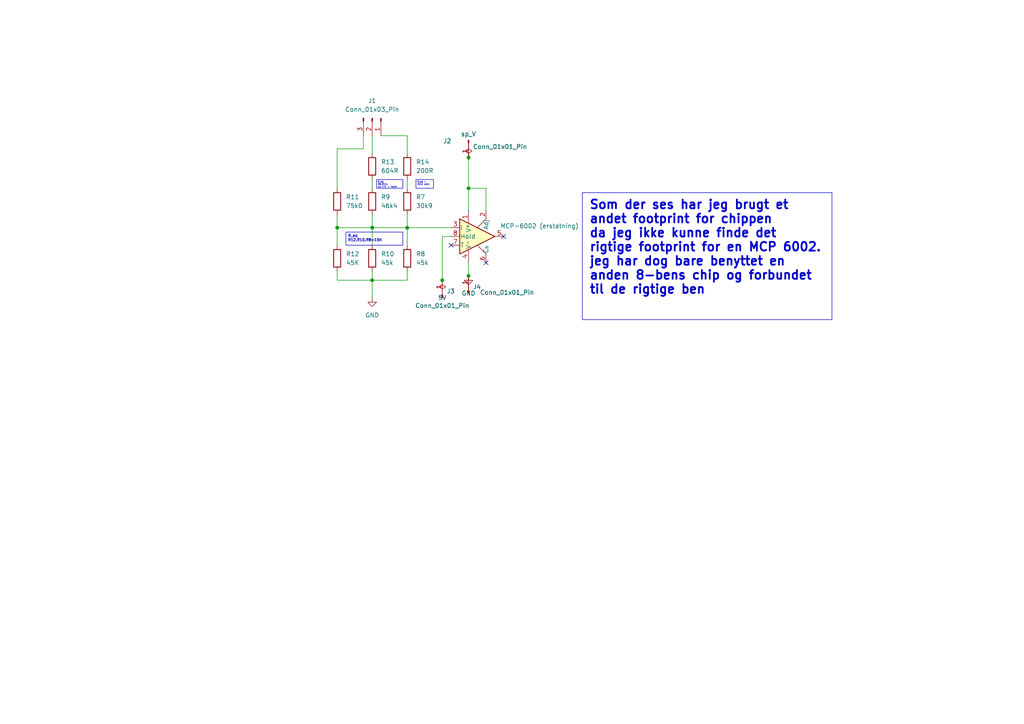
<source format=kicad_sch>
(kicad_sch (version 20231120) (generator "eeschema") (generator_version "8.0")
  (paper "A4")
  (lib_symbols
    (symbol "Analog:LF398_DIP8" (pin_names (offset 0.127))
      (property "Reference" "U" (at 5.08 3.81 0))
      (property "Value" "LF398_DIP8" (at 5.08 -2.54 0))
      (symbol "LF398_DIP8_0_1"
        (polyline (pts (xy 0 -2.54) (xy 2.54 -5.08)))
        (polyline (pts (xy 2.54 5.08) (xy 0 2.54)))
        (polyline (pts (xy -5.08 5.08) (xy 5.08 0) (xy -5.08 -5.08) (xy -5.08 5.08)) (stroke (width 0.254)) (fill (type background)))
      )
      (symbol "LF398_DIP8_1_1"
        (pin passive line (at -2.54 7.62 270) (length 3.81) (name "V^{+}") (number "1"))
        (pin passive line (at 2.54 7.62 270) (length 2.54) (name "Adj") (number "2"))
        (pin input line (at -7.62 2.54 0) (length 2.54) (name "I") (number "3"))
        (pin passive line (at -2.54 -7.62 90) (length 3.81) (name "V^{-}") (number "4"))
        (pin output line (at 7.62 0 180) (length 2.54) (name "~") (number "5"))
        (pin passive line (at 2.54 -7.62 90) (length 2.54) (name "C_{h}") (number "6"))
        (pin passive line (at -7.62 -2.54 0) (length 2.54) (name "T") (number "7"))
        (pin input line (at -7.62 0 0) (length 2.54) (name "Hold") (number "8"))
      )
    )
    (symbol "Connector:Conn_01x01_Pin" (pin_names (offset 1.016) hide)
      (property "Reference" "J" (at 0 2.54 0))
      (property "Value" "Conn_01x01_Pin" (at 0 -2.54 0))
      (symbol "Conn_01x01_Pin_1_1"
        (polyline (pts (xy 1.27 0) (xy 0.8636 0)) (stroke (width 0.1524)))
        (rectangle (start 0.8636 0.127) (end 0 -0.127) (stroke (width 0.1524)) (fill (type outline)))
        (pin passive line (at 5.08 0 180) (length 3.81) (name "Pin_1") (number "1"))
      )
    )
    (symbol "Connector:Conn_01x03_Pin" (pin_names (offset 1.016) hide)
      (property "Reference" "J" (at 0 5.08 0))
      (property "Value" "Conn_01x03_Pin" (at 0 -5.08 0))
      (symbol "Conn_01x03_Pin_1_1"
        (polyline (pts (xy 1.27 -2.54) (xy 0.8636 -2.54)) (stroke (width 0.1524)))
        (polyline (pts (xy 1.27 0) (xy 0.8636 0)) (stroke (width 0.1524)))
        (polyline (pts (xy 1.27 2.54) (xy 0.8636 2.54)) (stroke (width 0.1524)))
        (rectangle (start 0.8636 -2.413) (end 0 -2.667) (stroke (width 0.1524)) (fill (type outline)))
        (rectangle (start 0.8636 0.127) (end 0 -0.127) (stroke (width 0.1524)) (fill (type outline)))
        (rectangle (start 0.8636 2.667) (end 0 2.413) (stroke (width 0.1524)) (fill (type outline)))
        (pin passive line (at 5.08 2.54 180) (length 3.81) (name "Pin_1") (number "1"))
        (pin passive line (at 5.08 0 180) (length 3.81) (name "Pin_2") (number "2"))
        (pin passive line (at 5.08 -2.54 180) (length 3.81) (name "Pin_3") (number "3"))
      )
    )
    (symbol "Device:R" (pin_numbers hide) (pin_names (offset 0))
      (property "Reference" "R" (at 2.032 0 90))
      (property "Value" "R" (at 0 0 90))
      (symbol "R_0_1"
        (rectangle (start -1.016 -2.54) (end 1.016 2.54) (stroke (width 0.254)))
      )
      (symbol "R_1_1"
        (pin passive line (at 0 3.81 270) (length 1.27) (name "~") (number "1"))
        (pin passive line (at 0 -3.81 90) (length 1.27) (name "~") (number "2"))
      )
    )
    (symbol "power:GND" (power) (pin_numbers hide) (pin_names (offset 0) hide)
      (property "Value" "GND" (at 0 -3.81 0))
      (symbol "GND_0_1"
        (polyline (pts (xy 0 0) (xy 0 -1.27) (xy 1.27 -1.27) (xy 0 -2.54) (xy -1.27 -1.27) (xy 0 -1.27)))
      )
      (symbol "GND_1_1"
        (pin power_in line (at 0 0 270) (length 0) (name "~") (number "1"))
      )
    )
    (symbol "power:PWR_FLAG" (power) (pin_numbers hide) (pin_names (offset 0) hide)
      (property "Value" "PWR_FLAG" (at 0 3.81 0))
      (symbol "PWR_FLAG_0_0"
        (pin power_out line (at 0 0 90) (length 0) (name "~") (number "1"))
      )
      (symbol "PWR_FLAG_0_1"
        (polyline (pts (xy 0 0) (xy 0 1.27) (xy -1.016 1.905) (xy 0 2.54) (xy 1.016 1.905) (xy 0 1.27)))
      )
    )
  )
  (junction (at 128.27 81.28))
  (junction (at 107.95 66.04))
  (junction (at 135.89 54.61))
  (junction (at 135.89 80.01))
  (junction (at 118.11 66.04))
  (junction (at 97.79 66.04))
  (junction (at 107.95 81.28))
  (junction (at 135.89 45.72))
  (no_connect (at 146.05 68.58))
  (no_connect (at 140.97 76.2))
  (no_connect (at 130.81 71.12))
  (wire (pts (xy 130.81 68.58) (xy 128.27 68.58)))
  (wire (pts (xy 97.79 66.04) (xy 97.79 71.12)))
  (wire (pts (xy 105.41 39.37) (xy 105.41 43.18)))
  (wire (pts (xy 97.79 78.74) (xy 97.79 81.28)))
  (wire (pts (xy 107.95 66.04) (xy 107.95 71.12)))
  (wire (pts (xy 107.95 62.23) (xy 107.95 66.04)))
  (wire (pts (xy 97.79 54.61) (xy 97.79 43.18)))
  (wire (pts (xy 97.79 62.23) (xy 97.79 66.04)))
  (wire (pts (xy 118.11 81.28) (xy 118.11 78.74)))
  (wire (pts (xy 107.95 66.04) (xy 118.11 66.04)))
  (wire (pts (xy 118.11 39.37) (xy 110.49 39.37)))
  (wire (pts (xy 135.89 54.61) (xy 135.89 60.96)))
  (wire (pts (xy 135.89 45.72) (xy 135.89 54.61)))
  (wire (pts (xy 107.95 52.07) (xy 107.95 54.61)))
  (wire (pts (xy 128.27 68.58) (xy 128.27 81.28)))
  (wire (pts (xy 97.79 43.18) (xy 105.41 43.18)))
  (wire (pts (xy 118.11 66.04) (xy 118.11 71.12)))
  (wire (pts (xy 140.97 54.61) (xy 135.89 54.61)))
  (wire (pts (xy 107.95 78.74) (xy 107.95 81.28)))
  (wire (pts (xy 118.11 44.45) (xy 118.11 39.37)))
  (wire (pts (xy 140.97 60.96) (xy 140.97 54.61)))
  (wire (pts (xy 118.11 52.07) (xy 118.11 54.61)))
  (wire (pts (xy 97.79 81.28) (xy 107.95 81.28)))
  (wire (pts (xy 107.95 39.37) (xy 107.95 44.45)))
  (wire (pts (xy 107.95 81.28) (xy 118.11 81.28)))
  (wire (pts (xy 107.95 81.28) (xy 107.95 86.36)))
  (wire (pts (xy 97.79 66.04) (xy 107.95 66.04)))
  (wire (pts (xy 135.89 76.2) (xy 135.89 80.01)))
  (wire (pts (xy 118.11 66.04) (xy 130.81 66.04)))
  (wire (pts (xy 118.11 62.23) (xy 118.11 66.04)))
  (text_box "Som der ses har jeg brugt et andet footprint for chippen \nda jeg ikke kunne finde det rigtige footprint for en MCP 6002.\njeg har dog bare benyttet en anden 8-bens chip og forbundet til de rigtige ben\n" (at 168.91 55.88 0) (size 72.39 36.83) (effects (font (size 2.54 2.54) (thickness 0.508) (bold yes)) (justify left top)))
  (text_box "R_eq \nR9,R13= \nca 47k + 4ohm" (at 109.22 52.07 0) (size 7.62 2.54) (effects (font (size 0.4572 0.4572) (thickness 0.0914) (bold yes)) (justify left top)))
  (text_box "R_eq\nR12,R10,R8=15K" (at 100.33 67.31 0) (size 16.51 3.81) (effects (font (size 0.762 0.762)) (justify left top)))
  (text_box "R_eq = \n31k1 ohm" (at 120.65 52.07 0) (size 5.08 2.54) (effects (font (size 0.4572 0.4572) (thickness 0.0914) (bold yes)) (justify left top)))
  (symbol (lib_id "Device:R") (at 118.11 48.26 0) (unit 1)
    (property "Reference" "R14" (at 120.65 46.9899 0) (effects (justify left)))
    (property "Value" "200R" (at 120.65 49.5299 0) (effects (justify left)))
    (property "Footprint" "Resistor_THT:R_Axial_DIN0204_L3.6mm_D1.6mm_P2.54mm_Vertical" (effects (hide yes)))
    (property "Description" "Resistor" (effects (hide yes)))
  )
  (symbol (lib_id "Device:R") (at 97.79 58.42 0) (unit 1)
    (property "Reference" "R11" (at 100.33 57.1499 0) (effects (justify left)))
    (property "Value" "75k0" (at 100.33 59.6899 0) (effects (justify left)))
    (property "Footprint" "Resistor_THT:R_Axial_DIN0204_L3.6mm_D1.6mm_P2.54mm_Vertical" (effects (hide yes)))
    (property "Description" "Resistor" (effects (hide yes)))
  )
  (symbol (lib_id "power:GND") (at 107.95 86.36 0) (unit 1)
    (property "Reference" "#PWR02" (effects (hide yes)))
    (property "Value" "GND" (at 107.95 91.44 0))
    (property "Description" "Power symbol creates a global label with name \"GND\" , ground" (effects (hide yes)))
  )
  (symbol (lib_id "power:PWR_FLAG") (at 135.89 45.72 0) (unit 1)
    (property "Reference" "#FLG03" (effects (hide yes)))
    (property "Value" "sp_V" (at 135.89 38.862 0))
    (property "Description" "Special symbol for telling ERC where power comes from" (effects (hide yes)))
  )
  (symbol (lib_id "Device:R") (at 107.95 74.93 0) (unit 1)
    (property "Reference" "R10" (at 110.49 73.6599 0) (effects (justify left)))
    (property "Value" "45k" (at 110.49 76.1999 0) (effects (justify left)))
    (property "Footprint" "Resistor_THT:R_Axial_DIN0204_L3.6mm_D1.6mm_P2.54mm_Vertical" (effects (hide yes)))
    (property "Description" "Resistor" (effects (hide yes)))
  )
  (symbol (lib_id "Device:R") (at 107.95 58.42 0) (unit 1)
    (property "Reference" "R9" (at 110.49 57.1499 0) (effects (justify left)))
    (property "Value" "46k4" (at 110.49 59.6899 0) (effects (justify left)))
    (property "Footprint" "Resistor_THT:R_Axial_DIN0204_L3.6mm_D1.6mm_P2.54mm_Vertical" (effects (hide yes)))
    (property "Description" "Resistor" (effects (hide yes)))
  )
  (symbol (lib_id "Device:R") (at 107.95 48.26 0) (unit 1)
    (property "Reference" "R13" (at 110.49 46.9899 0) (effects (justify left)))
    (property "Value" "604R" (at 110.49 49.5299 0) (effects (justify left)))
    (property "Footprint" "Resistor_THT:R_Axial_DIN0204_L3.6mm_D1.6mm_P2.54mm_Vertical" (effects (hide yes)))
    (property "Description" "Resistor" (effects (hide yes)))
  )
  (symbol (lib_id "Device:R") (at 118.11 74.93 0) (unit 1)
    (property "Reference" "R8" (at 120.65 73.6599 0) (effects (justify left)))
    (property "Value" "45k" (at 120.65 76.1999 0) (effects (justify left)))
    (property "Footprint" "Resistor_THT:R_Axial_DIN0204_L3.6mm_D1.6mm_P2.54mm_Vertical" (effects (hide yes)))
    (property "Description" "Resistor" (effects (hide yes)))
  )
  (symbol (lib_id "Device:R") (at 118.11 58.42 0) (unit 1)
    (property "Reference" "R7" (at 120.65 57.1499 0) (effects (justify left)))
    (property "Value" "30k9" (at 120.65 59.6899 0) (effects (justify left)))
    (property "Footprint" "Resistor_THT:R_Axial_DIN0204_L3.6mm_D1.6mm_P2.54mm_Vertical" (effects (hide yes)))
    (property "Description" "Resistor" (effects (hide yes)))
  )
  (symbol (lib_id "Connector:Conn_01x01_Pin") (at 135.89 85.09 90) (unit 1)
    (property "Reference" "J4" (at 137.16 83.1849 90) (effects (justify right)))
    (property "Value" "Conn_01x01_Pin" (at 139.192 84.836 90) (effects (justify right)))
    (property "Footprint" "Connector_PinHeader_1.00mm:PinHeader_1x01_P1.00mm_Vertical" (effects (hide yes)))
    (property "Description" "Generic connector, single row, 01x01, script generated" (effects (hide yes)))
  )
  (symbol (lib_id "power:PWR_FLAG") (at 128.27 81.28 180) (unit 1)
    (property "Reference" "#FLG01" (effects (hide yes)))
    (property "Value" "5V" (at 128.27 86.36 0))
    (property "Description" "Special symbol for telling ERC where power comes from" (effects (hide yes)))
  )
  (symbol (lib_id "Connector:Conn_01x01_Pin") (at 128.27 86.36 90) (unit 1)
    (property "Reference" "J3" (at 129.54 84.4549 90) (effects (justify right)))
    (property "Value" "Conn_01x01_Pin" (at 120.396 88.646 90) (effects (justify right)))
    (property "Footprint" "Connector_PinHeader_1.00mm:PinHeader_1x01_P1.00mm_Vertical" (effects (hide yes)))
    (property "Description" "Generic connector, single row, 01x01, script generated" (effects (hide yes)))
  )
  (symbol (lib_id "power:GND") (at 135.89 80.01 0) (unit 1)
    (property "Reference" "#PWR01" (effects (hide yes)))
    (property "Value" "GND" (at 135.89 85.09 0))
    (property "Description" "Power symbol creates a global label with name \"GND\" , ground" (effects (hide yes)))
  )
  (symbol (lib_id "Connector:Conn_01x01_Pin") (at 135.89 40.64 270) (unit 1)
    (property "Reference" "J2" (at 128.524 40.894 90) (effects (justify left)))
    (property "Value" "Conn_01x01_Pin" (at 137.16 42.5449 90) (effects (justify left)))
    (property "Footprint" "Connector_PinHeader_1.00mm:PinHeader_1x01_P1.00mm_Vertical" (effects (hide yes)))
    (property "Description" "Generic connector, single row, 01x01, script generated" (effects (hide yes)))
  )
  (symbol (lib_id "Connector:Conn_01x03_Pin") (at 107.95 34.29 270) (unit 1)
    (property "Reference" "J1" (at 107.95 29.21 90))
    (property "Value" "Conn_01x03_Pin" (at 107.95 31.75 90))
    (property "Footprint" "Connector:FanPinHeader_1x03_P2.54mm_Vertical" (effects (hide yes)))
    (property "Description" "Generic connector, single row, 01x03, script generated" (effects (hide yes)))
  )
  (symbol (lib_id "Device:R") (at 97.79 74.93 0) (unit 1)
    (property "Reference" "R12" (at 100.33 73.6599 0) (effects (justify left)))
    (property "Value" "45K" (at 100.33 76.1999 0) (effects (justify left)))
    (property "Footprint" "Resistor_THT:R_Axial_DIN0204_L3.6mm_D1.6mm_P2.54mm_Vertical" (effects (hide yes)))
    (property "Description" "Resistor" (effects (hide yes)))
  )
  (symbol (lib_id "Analog:LF398_DIP8") (at 138.43 68.58 0) (unit 1)
    (property "Reference" "U1" (effects (hide yes)))
    (property "Value" "MCP-6002 (erstatning)" (at 156.464 65.532 0))
    (property "Footprint" "Package_DIP:DIP-8_W7.62mm" (effects (hide yes)))
    (property "Datasheet" "http://www.ti.com/lit/ds/symlink/lf398-n.pdf" (effects (hide yes)))
    (property "Description" "Sample And Hold Unity Gain Follower, DIP-8" (effects (hide yes)))
  )
)
</source>
